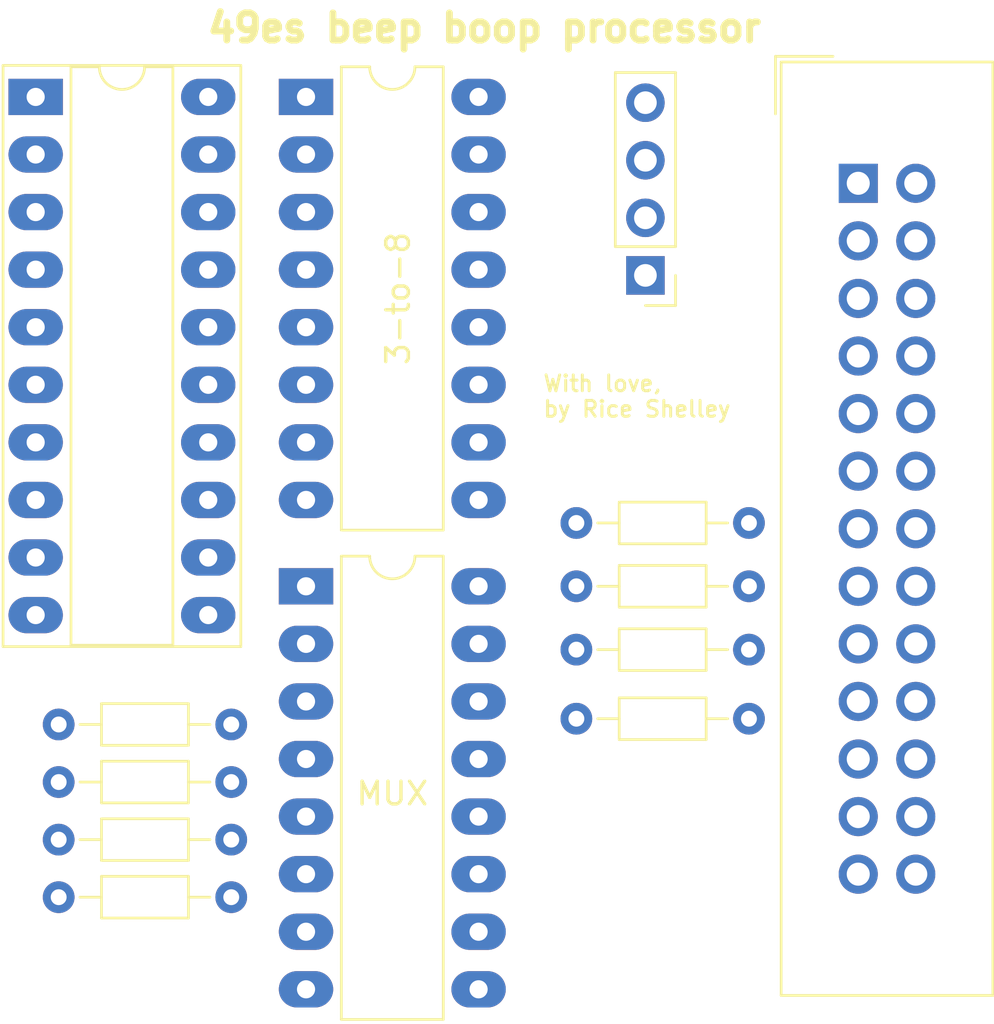
<source format=kicad_pcb>
(kicad_pcb (version 20171130) (host pcbnew 5.0.2-bee76a0~70~ubuntu18.10.1)

  (general
    (thickness 1.6)
    (drawings 2)
    (tracks 0)
    (zones 0)
    (modules 13)
    (nets 49)
  )

  (page A4)
  (layers
    (0 F.Cu signal)
    (31 B.Cu signal)
    (32 B.Adhes user)
    (33 F.Adhes user)
    (34 B.Paste user)
    (35 F.Paste user)
    (36 B.SilkS user)
    (37 F.SilkS user)
    (38 B.Mask user)
    (39 F.Mask user)
    (40 Dwgs.User user)
    (41 Cmts.User user)
    (42 Eco1.User user)
    (43 Eco2.User user)
    (44 Edge.Cuts user)
    (45 Margin user)
    (46 B.CrtYd user)
    (47 F.CrtYd user)
    (48 B.Fab user)
    (49 F.Fab user)
  )

  (setup
    (last_trace_width 0.25)
    (trace_clearance 0.2)
    (zone_clearance 0.508)
    (zone_45_only no)
    (trace_min 0.2)
    (segment_width 0.2)
    (edge_width 0.1)
    (via_size 0.8)
    (via_drill 0.4)
    (via_min_size 0.4)
    (via_min_drill 0.3)
    (uvia_size 0.3)
    (uvia_drill 0.1)
    (uvias_allowed no)
    (uvia_min_size 0.2)
    (uvia_min_drill 0.1)
    (pcb_text_width 0.3)
    (pcb_text_size 1.5 1.5)
    (mod_edge_width 0.15)
    (mod_text_size 1 1)
    (mod_text_width 0.15)
    (pad_size 1.5 1.5)
    (pad_drill 0.6)
    (pad_to_mask_clearance 0)
    (solder_mask_min_width 0.25)
    (aux_axis_origin 0 0)
    (visible_elements FFFFFF7F)
    (pcbplotparams
      (layerselection 0x010fc_ffffffff)
      (usegerberextensions false)
      (usegerberattributes false)
      (usegerberadvancedattributes false)
      (creategerberjobfile false)
      (excludeedgelayer true)
      (linewidth 0.100000)
      (plotframeref false)
      (viasonmask false)
      (mode 1)
      (useauxorigin false)
      (hpglpennumber 1)
      (hpglpenspeed 20)
      (hpglpendiameter 15.000000)
      (psnegative false)
      (psa4output false)
      (plotreference true)
      (plotvalue true)
      (plotinvisibletext false)
      (padsonsilk false)
      (subtractmaskfromsilk false)
      (outputformat 1)
      (mirror false)
      (drillshape 1)
      (scaleselection 1)
      (outputdirectory ""))
  )

  (net 0 "")
  (net 1 GND)
  (net 2 "Net-(J1-Pad2)")
  (net 3 "Net-(J1-Pad4)")
  (net 4 "Net-(J1-Pad6)")
  (net 5 "Net-(J1-Pad8)")
  (net 6 "Net-(J1-Pad10)")
  (net 7 "Net-(J1-Pad12)")
  (net 8 "Net-(J1-Pad14)")
  (net 9 "Net-(J1-Pad16)")
  (net 10 +3V3)
  (net 11 "Net-(3-to-8-Pad1)")
  (net 12 "Net-(MSP1-Pad2)")
  (net 13 "Net-(3-to-8-Pad2)")
  (net 14 "Net-(3-to-8-Pad3)")
  (net 15 "Net-(MSP1-Pad14)")
  (net 16 "Net-(MSP1-Pad5)")
  (net 17 "Net-(MSP1-Pad15)")
  (net 18 "Net-(MSP1-Pad6)")
  (net 19 "Net-(MSP1-Pad16)")
  (net 20 "Net-(MSP1-Pad7)")
  (net 21 "Net-(MSP1-Pad17)")
  (net 22 "Net-(MSP1-Pad8)")
  (net 23 "Net-(MSP1-Pad18)")
  (net 24 "Net-(MSP1-Pad9)")
  (net 25 "Net-(MSP1-Pad19)")
  (net 26 "Net-(MSP1-Pad10)")
  (net 27 "Net-(3-to-8-Pad9)")
  (net 28 "Net-(3-to-8-Pad10)")
  (net 29 "Net-(3-to-8-Pad11)")
  (net 30 "Net-(3-to-8-Pad12)")
  (net 31 "Net-(3-to-8-Pad13)")
  (net 32 "Net-(3-to-8-Pad14)")
  (net 33 "Net-(3-to-8-Pad7)")
  (net 34 "Net-(3-to-8-Pad15)")
  (net 35 "Net-(MUX1-Pad6)")
  (net 36 "Net-(J1-Pad3)")
  (net 37 "Net-(J1-Pad7)")
  (net 38 "Net-(J1-Pad11)")
  (net 39 "Net-(J1-Pad15)")
  (net 40 "Net-(J1-Pad17)")
  (net 41 "Net-(J1-Pad18)")
  (net 42 "Net-(J1-Pad20)")
  (net 43 "Net-(J1-Pad21)")
  (net 44 "Net-(J1-Pad22)")
  (net 45 "Net-(J1-Pad25)")
  (net 46 "Net-(J1-Pad26)")
  (net 47 "Net-(J2-Pad4)")
  (net 48 "Net-(J2-Pad3)")

  (net_class Default "This is the default net class."
    (clearance 0.2)
    (trace_width 0.25)
    (via_dia 0.8)
    (via_drill 0.4)
    (uvia_dia 0.3)
    (uvia_drill 0.1)
    (add_net +3V3)
    (add_net GND)
    (add_net "Net-(3-to-8-Pad1)")
    (add_net "Net-(3-to-8-Pad10)")
    (add_net "Net-(3-to-8-Pad11)")
    (add_net "Net-(3-to-8-Pad12)")
    (add_net "Net-(3-to-8-Pad13)")
    (add_net "Net-(3-to-8-Pad14)")
    (add_net "Net-(3-to-8-Pad15)")
    (add_net "Net-(3-to-8-Pad2)")
    (add_net "Net-(3-to-8-Pad3)")
    (add_net "Net-(3-to-8-Pad7)")
    (add_net "Net-(3-to-8-Pad9)")
    (add_net "Net-(J1-Pad10)")
    (add_net "Net-(J1-Pad11)")
    (add_net "Net-(J1-Pad12)")
    (add_net "Net-(J1-Pad14)")
    (add_net "Net-(J1-Pad15)")
    (add_net "Net-(J1-Pad16)")
    (add_net "Net-(J1-Pad17)")
    (add_net "Net-(J1-Pad18)")
    (add_net "Net-(J1-Pad2)")
    (add_net "Net-(J1-Pad20)")
    (add_net "Net-(J1-Pad21)")
    (add_net "Net-(J1-Pad22)")
    (add_net "Net-(J1-Pad25)")
    (add_net "Net-(J1-Pad26)")
    (add_net "Net-(J1-Pad3)")
    (add_net "Net-(J1-Pad4)")
    (add_net "Net-(J1-Pad6)")
    (add_net "Net-(J1-Pad7)")
    (add_net "Net-(J1-Pad8)")
    (add_net "Net-(J2-Pad3)")
    (add_net "Net-(J2-Pad4)")
    (add_net "Net-(MSP1-Pad10)")
    (add_net "Net-(MSP1-Pad14)")
    (add_net "Net-(MSP1-Pad15)")
    (add_net "Net-(MSP1-Pad16)")
    (add_net "Net-(MSP1-Pad17)")
    (add_net "Net-(MSP1-Pad18)")
    (add_net "Net-(MSP1-Pad19)")
    (add_net "Net-(MSP1-Pad2)")
    (add_net "Net-(MSP1-Pad5)")
    (add_net "Net-(MSP1-Pad6)")
    (add_net "Net-(MSP1-Pad7)")
    (add_net "Net-(MSP1-Pad8)")
    (add_net "Net-(MSP1-Pad9)")
    (add_net "Net-(MUX1-Pad6)")
  )

  (module Resistor_THT:R_Axial_DIN0204_L3.6mm_D1.6mm_P7.62mm_Horizontal (layer F.Cu) (tedit 5C5B2599) (tstamp 5C455B32)
    (at 159.258 92.456)
    (descr "Resistor, Axial_DIN0204 series, Axial, Horizontal, pin pitch=7.62mm, 0.167W, length*diameter=3.6*1.6mm^2, http://cdn-reichelt.de/documents/datenblatt/B400/1_4W%23YAG.pdf")
    (tags "Resistor Axial_DIN0204 series Axial Horizontal pin pitch 7.62mm 0.167W length 3.6mm diameter 1.6mm")
    (path /5BFB0570)
    (fp_text reference R3 (at 3.81 -1.92) (layer F.SilkS) hide
      (effects (font (size 1 1) (thickness 0.15)))
    )
    (fp_text value R_US (at 3.81 1.92) (layer F.Fab) hide
      (effects (font (size 1 1) (thickness 0.15)))
    )
    (fp_line (start 2.01 -0.8) (end 2.01 0.8) (layer F.Fab) (width 0.1))
    (fp_line (start 2.01 0.8) (end 5.61 0.8) (layer F.Fab) (width 0.1))
    (fp_line (start 5.61 0.8) (end 5.61 -0.8) (layer F.Fab) (width 0.1))
    (fp_line (start 5.61 -0.8) (end 2.01 -0.8) (layer F.Fab) (width 0.1))
    (fp_line (start 0 0) (end 2.01 0) (layer F.Fab) (width 0.1))
    (fp_line (start 7.62 0) (end 5.61 0) (layer F.Fab) (width 0.1))
    (fp_line (start 1.89 -0.92) (end 1.89 0.92) (layer F.SilkS) (width 0.12))
    (fp_line (start 1.89 0.92) (end 5.73 0.92) (layer F.SilkS) (width 0.12))
    (fp_line (start 5.73 0.92) (end 5.73 -0.92) (layer F.SilkS) (width 0.12))
    (fp_line (start 5.73 -0.92) (end 1.89 -0.92) (layer F.SilkS) (width 0.12))
    (fp_line (start 0.94 0) (end 1.89 0) (layer F.SilkS) (width 0.12))
    (fp_line (start 6.68 0) (end 5.73 0) (layer F.SilkS) (width 0.12))
    (fp_line (start -0.95 -1.05) (end -0.95 1.05) (layer F.CrtYd) (width 0.05))
    (fp_line (start -0.95 1.05) (end 8.57 1.05) (layer F.CrtYd) (width 0.05))
    (fp_line (start 8.57 1.05) (end 8.57 -1.05) (layer F.CrtYd) (width 0.05))
    (fp_line (start 8.57 -1.05) (end -0.95 -1.05) (layer F.CrtYd) (width 0.05))
    (fp_text user %R (at 3.81 0) (layer F.Fab)
      (effects (font (size 0.72 0.72) (thickness 0.108)))
    )
    (pad 1 thru_hole circle (at 0 0) (size 1.4 1.4) (drill 0.7) (layers *.Cu *.Mask)
      (net 1 GND))
    (pad 2 thru_hole oval (at 7.62 0) (size 1.4 1.4) (drill 0.7) (layers *.Cu *.Mask)
      (net 4 "Net-(J1-Pad6)"))
    (model ${KISYS3DMOD}/Resistor_THT.3dshapes/R_Axial_DIN0204_L3.6mm_D1.6mm_P7.62mm_Horizontal.wrl
      (at (xyz 0 0 0))
      (scale (xyz 1 1 1))
      (rotate (xyz 0 0 0))
    )
  )

  (module Resistor_THT:R_Axial_DIN0204_L3.6mm_D1.6mm_P7.62mm_Horizontal (layer F.Cu) (tedit 5C5B25BA) (tstamp 5C455BA5)
    (at 189.738 89.662 180)
    (descr "Resistor, Axial_DIN0204 series, Axial, Horizontal, pin pitch=7.62mm, 0.167W, length*diameter=3.6*1.6mm^2, http://cdn-reichelt.de/documents/datenblatt/B400/1_4W%23YAG.pdf")
    (tags "Resistor Axial_DIN0204 series Axial Horizontal pin pitch 7.62mm 0.167W length 3.6mm diameter 1.6mm")
    (path /5BFC4287)
    (fp_text reference R8 (at 3.81 -1.92 180) (layer F.SilkS) hide
      (effects (font (size 1 1) (thickness 0.15)))
    )
    (fp_text value R_US (at 3.81 1.92 180) (layer F.Fab) hide
      (effects (font (size 1 1) (thickness 0.15)))
    )
    (fp_text user %R (at 3.81 0 180) (layer F.Fab)
      (effects (font (size 0.72 0.72) (thickness 0.108)))
    )
    (fp_line (start 8.57 -1.05) (end -0.95 -1.05) (layer F.CrtYd) (width 0.05))
    (fp_line (start 8.57 1.05) (end 8.57 -1.05) (layer F.CrtYd) (width 0.05))
    (fp_line (start -0.95 1.05) (end 8.57 1.05) (layer F.CrtYd) (width 0.05))
    (fp_line (start -0.95 -1.05) (end -0.95 1.05) (layer F.CrtYd) (width 0.05))
    (fp_line (start 6.68 0) (end 5.73 0) (layer F.SilkS) (width 0.12))
    (fp_line (start 0.94 0) (end 1.89 0) (layer F.SilkS) (width 0.12))
    (fp_line (start 5.73 -0.92) (end 1.89 -0.92) (layer F.SilkS) (width 0.12))
    (fp_line (start 5.73 0.92) (end 5.73 -0.92) (layer F.SilkS) (width 0.12))
    (fp_line (start 1.89 0.92) (end 5.73 0.92) (layer F.SilkS) (width 0.12))
    (fp_line (start 1.89 -0.92) (end 1.89 0.92) (layer F.SilkS) (width 0.12))
    (fp_line (start 7.62 0) (end 5.61 0) (layer F.Fab) (width 0.1))
    (fp_line (start 0 0) (end 2.01 0) (layer F.Fab) (width 0.1))
    (fp_line (start 5.61 -0.8) (end 2.01 -0.8) (layer F.Fab) (width 0.1))
    (fp_line (start 5.61 0.8) (end 5.61 -0.8) (layer F.Fab) (width 0.1))
    (fp_line (start 2.01 0.8) (end 5.61 0.8) (layer F.Fab) (width 0.1))
    (fp_line (start 2.01 -0.8) (end 2.01 0.8) (layer F.Fab) (width 0.1))
    (pad 2 thru_hole oval (at 7.62 0 180) (size 1.4 1.4) (drill 0.7) (layers *.Cu *.Mask)
      (net 9 "Net-(J1-Pad16)"))
    (pad 1 thru_hole circle (at 0 0 180) (size 1.4 1.4) (drill 0.7) (layers *.Cu *.Mask)
      (net 1 GND))
    (model ${KISYS3DMOD}/Resistor_THT.3dshapes/R_Axial_DIN0204_L3.6mm_D1.6mm_P7.62mm_Horizontal.wrl
      (at (xyz 0 0 0))
      (scale (xyz 1 1 1))
      (rotate (xyz 0 0 0))
    )
  )

  (module Connector_IDC:IDC-Header_2x13_P2.54mm_Vertical (layer F.Cu) (tedit 5C5B25C0) (tstamp 5C455C55)
    (at 194.564 66.04)
    (descr "Through hole straight IDC box header, 2x13, 2.54mm pitch, double rows")
    (tags "Through hole IDC box header THT 2x13 2.54mm double row")
    (path /5BF4E9DF)
    (fp_text reference J1 (at 1.27 -6.604) (layer F.SilkS) hide
      (effects (font (size 1 1) (thickness 0.15)))
    )
    (fp_text value Conn_02x13_Row_Letter_Last (at 1.27 37.084) (layer F.Fab) hide
      (effects (font (size 1 1) (thickness 0.15)))
    )
    (fp_text user %R (at 1.27 15.24) (layer F.Fab)
      (effects (font (size 1 1) (thickness 0.15)))
    )
    (fp_line (start 5.695 -5.1) (end 5.695 35.58) (layer F.Fab) (width 0.1))
    (fp_line (start 5.145 -4.56) (end 5.145 35.02) (layer F.Fab) (width 0.1))
    (fp_line (start -3.155 -5.1) (end -3.155 35.58) (layer F.Fab) (width 0.1))
    (fp_line (start -2.605 -4.56) (end -2.605 12.99) (layer F.Fab) (width 0.1))
    (fp_line (start -2.605 17.49) (end -2.605 35.02) (layer F.Fab) (width 0.1))
    (fp_line (start -2.605 12.99) (end -3.155 12.99) (layer F.Fab) (width 0.1))
    (fp_line (start -2.605 17.49) (end -3.155 17.49) (layer F.Fab) (width 0.1))
    (fp_line (start 5.695 -5.1) (end -3.155 -5.1) (layer F.Fab) (width 0.1))
    (fp_line (start 5.145 -4.56) (end -2.605 -4.56) (layer F.Fab) (width 0.1))
    (fp_line (start 5.695 35.58) (end -3.155 35.58) (layer F.Fab) (width 0.1))
    (fp_line (start 5.145 35.02) (end -2.605 35.02) (layer F.Fab) (width 0.1))
    (fp_line (start 5.695 -5.1) (end 5.145 -4.56) (layer F.Fab) (width 0.1))
    (fp_line (start 5.695 35.58) (end 5.145 35.02) (layer F.Fab) (width 0.1))
    (fp_line (start -3.155 -5.1) (end -2.605 -4.56) (layer F.Fab) (width 0.1))
    (fp_line (start -3.155 35.58) (end -2.605 35.02) (layer F.Fab) (width 0.1))
    (fp_line (start 5.95 -5.35) (end 5.95 35.83) (layer F.CrtYd) (width 0.05))
    (fp_line (start 5.95 35.83) (end -3.41 35.83) (layer F.CrtYd) (width 0.05))
    (fp_line (start -3.41 35.83) (end -3.41 -5.35) (layer F.CrtYd) (width 0.05))
    (fp_line (start -3.41 -5.35) (end 5.95 -5.35) (layer F.CrtYd) (width 0.05))
    (fp_line (start 5.945 -5.35) (end 5.945 35.83) (layer F.SilkS) (width 0.12))
    (fp_line (start 5.945 35.83) (end -3.405 35.83) (layer F.SilkS) (width 0.12))
    (fp_line (start -3.405 35.83) (end -3.405 -5.35) (layer F.SilkS) (width 0.12))
    (fp_line (start -3.405 -5.35) (end 5.945 -5.35) (layer F.SilkS) (width 0.12))
    (fp_line (start -3.655 -5.6) (end -3.655 -3.06) (layer F.SilkS) (width 0.12))
    (fp_line (start -3.655 -5.6) (end -1.115 -5.6) (layer F.SilkS) (width 0.12))
    (pad 1 thru_hole rect (at 0 0) (size 1.7272 1.7272) (drill 1.016) (layers *.Cu *.Mask)
      (net 34 "Net-(3-to-8-Pad15)"))
    (pad 2 thru_hole oval (at 2.54 0) (size 1.7272 1.7272) (drill 1.016) (layers *.Cu *.Mask)
      (net 2 "Net-(J1-Pad2)"))
    (pad 3 thru_hole oval (at 0 2.54) (size 1.7272 1.7272) (drill 1.016) (layers *.Cu *.Mask)
      (net 36 "Net-(J1-Pad3)"))
    (pad 4 thru_hole oval (at 2.54 2.54) (size 1.7272 1.7272) (drill 1.016) (layers *.Cu *.Mask)
      (net 3 "Net-(J1-Pad4)"))
    (pad 5 thru_hole oval (at 0 5.08) (size 1.7272 1.7272) (drill 1.016) (layers *.Cu *.Mask)
      (net 32 "Net-(3-to-8-Pad14)"))
    (pad 6 thru_hole oval (at 2.54 5.08) (size 1.7272 1.7272) (drill 1.016) (layers *.Cu *.Mask)
      (net 4 "Net-(J1-Pad6)"))
    (pad 7 thru_hole oval (at 0 7.62) (size 1.7272 1.7272) (drill 1.016) (layers *.Cu *.Mask)
      (net 37 "Net-(J1-Pad7)"))
    (pad 8 thru_hole oval (at 2.54 7.62) (size 1.7272 1.7272) (drill 1.016) (layers *.Cu *.Mask)
      (net 5 "Net-(J1-Pad8)"))
    (pad 9 thru_hole oval (at 0 10.16) (size 1.7272 1.7272) (drill 1.016) (layers *.Cu *.Mask)
      (net 31 "Net-(3-to-8-Pad13)"))
    (pad 10 thru_hole oval (at 2.54 10.16) (size 1.7272 1.7272) (drill 1.016) (layers *.Cu *.Mask)
      (net 6 "Net-(J1-Pad10)"))
    (pad 11 thru_hole oval (at 0 12.7) (size 1.7272 1.7272) (drill 1.016) (layers *.Cu *.Mask)
      (net 38 "Net-(J1-Pad11)"))
    (pad 12 thru_hole oval (at 2.54 12.7) (size 1.7272 1.7272) (drill 1.016) (layers *.Cu *.Mask)
      (net 7 "Net-(J1-Pad12)"))
    (pad 13 thru_hole oval (at 0 15.24) (size 1.7272 1.7272) (drill 1.016) (layers *.Cu *.Mask)
      (net 30 "Net-(3-to-8-Pad12)"))
    (pad 14 thru_hole oval (at 2.54 15.24) (size 1.7272 1.7272) (drill 1.016) (layers *.Cu *.Mask)
      (net 8 "Net-(J1-Pad14)"))
    (pad 15 thru_hole oval (at 0 17.78) (size 1.7272 1.7272) (drill 1.016) (layers *.Cu *.Mask)
      (net 39 "Net-(J1-Pad15)"))
    (pad 16 thru_hole oval (at 2.54 17.78) (size 1.7272 1.7272) (drill 1.016) (layers *.Cu *.Mask)
      (net 9 "Net-(J1-Pad16)"))
    (pad 17 thru_hole oval (at 0 20.32) (size 1.7272 1.7272) (drill 1.016) (layers *.Cu *.Mask)
      (net 40 "Net-(J1-Pad17)"))
    (pad 18 thru_hole oval (at 2.54 20.32) (size 1.7272 1.7272) (drill 1.016) (layers *.Cu *.Mask)
      (net 41 "Net-(J1-Pad18)"))
    (pad 19 thru_hole oval (at 0 22.86) (size 1.7272 1.7272) (drill 1.016) (layers *.Cu *.Mask)
      (net 29 "Net-(3-to-8-Pad11)"))
    (pad 20 thru_hole oval (at 2.54 22.86) (size 1.7272 1.7272) (drill 1.016) (layers *.Cu *.Mask)
      (net 42 "Net-(J1-Pad20)"))
    (pad 21 thru_hole oval (at 0 25.4) (size 1.7272 1.7272) (drill 1.016) (layers *.Cu *.Mask)
      (net 43 "Net-(J1-Pad21)"))
    (pad 22 thru_hole oval (at 2.54 25.4) (size 1.7272 1.7272) (drill 1.016) (layers *.Cu *.Mask)
      (net 44 "Net-(J1-Pad22)"))
    (pad 23 thru_hole oval (at 0 27.94) (size 1.7272 1.7272) (drill 1.016) (layers *.Cu *.Mask)
      (net 28 "Net-(3-to-8-Pad10)"))
    (pad 24 thru_hole oval (at 2.54 27.94) (size 1.7272 1.7272) (drill 1.016) (layers *.Cu *.Mask)
      (net 27 "Net-(3-to-8-Pad9)"))
    (pad 25 thru_hole oval (at 0 30.48) (size 1.7272 1.7272) (drill 1.016) (layers *.Cu *.Mask)
      (net 45 "Net-(J1-Pad25)"))
    (pad 26 thru_hole oval (at 2.54 30.48) (size 1.7272 1.7272) (drill 1.016) (layers *.Cu *.Mask)
      (net 46 "Net-(J1-Pad26)"))
    (model ${KISYS3DMOD}/Connector_IDC.3dshapes/IDC-Header_2x13_P2.54mm_Vertical.wrl
      (at (xyz 0 0 0))
      (scale (xyz 1 1 1))
      (rotate (xyz 0 0 0))
    )
  )

  (module Resistor_THT:R_Axial_DIN0204_L3.6mm_D1.6mm_P7.62mm_Horizontal (layer F.Cu) (tedit 5C5B25EE) (tstamp 5C455B77)
    (at 189.738 83.82 180)
    (descr "Resistor, Axial_DIN0204 series, Axial, Horizontal, pin pitch=7.62mm, 0.167W, length*diameter=3.6*1.6mm^2, http://cdn-reichelt.de/documents/datenblatt/B400/1_4W%23YAG.pdf")
    (tags "Resistor Axial_DIN0204 series Axial Horizontal pin pitch 7.62mm 0.167W length 3.6mm diameter 1.6mm")
    (path /5BFBD8DD)
    (fp_text reference R6 (at 3.81 -1.92 180) (layer F.SilkS) hide
      (effects (font (size 1 1) (thickness 0.15)))
    )
    (fp_text value R_US (at 3.81 1.92 180) (layer F.Fab) hide
      (effects (font (size 1 1) (thickness 0.15)))
    )
    (fp_text user %R (at 3.81 0 180) (layer F.Fab)
      (effects (font (size 0.72 0.72) (thickness 0.108)))
    )
    (fp_line (start 8.57 -1.05) (end -0.95 -1.05) (layer F.CrtYd) (width 0.05))
    (fp_line (start 8.57 1.05) (end 8.57 -1.05) (layer F.CrtYd) (width 0.05))
    (fp_line (start -0.95 1.05) (end 8.57 1.05) (layer F.CrtYd) (width 0.05))
    (fp_line (start -0.95 -1.05) (end -0.95 1.05) (layer F.CrtYd) (width 0.05))
    (fp_line (start 6.68 0) (end 5.73 0) (layer F.SilkS) (width 0.12))
    (fp_line (start 0.94 0) (end 1.89 0) (layer F.SilkS) (width 0.12))
    (fp_line (start 5.73 -0.92) (end 1.89 -0.92) (layer F.SilkS) (width 0.12))
    (fp_line (start 5.73 0.92) (end 5.73 -0.92) (layer F.SilkS) (width 0.12))
    (fp_line (start 1.89 0.92) (end 5.73 0.92) (layer F.SilkS) (width 0.12))
    (fp_line (start 1.89 -0.92) (end 1.89 0.92) (layer F.SilkS) (width 0.12))
    (fp_line (start 7.62 0) (end 5.61 0) (layer F.Fab) (width 0.1))
    (fp_line (start 0 0) (end 2.01 0) (layer F.Fab) (width 0.1))
    (fp_line (start 5.61 -0.8) (end 2.01 -0.8) (layer F.Fab) (width 0.1))
    (fp_line (start 5.61 0.8) (end 5.61 -0.8) (layer F.Fab) (width 0.1))
    (fp_line (start 2.01 0.8) (end 5.61 0.8) (layer F.Fab) (width 0.1))
    (fp_line (start 2.01 -0.8) (end 2.01 0.8) (layer F.Fab) (width 0.1))
    (pad 2 thru_hole oval (at 7.62 0 180) (size 1.4 1.4) (drill 0.7) (layers *.Cu *.Mask)
      (net 7 "Net-(J1-Pad12)"))
    (pad 1 thru_hole circle (at 0 0 180) (size 1.4 1.4) (drill 0.7) (layers *.Cu *.Mask)
      (net 1 GND))
    (model ${KISYS3DMOD}/Resistor_THT.3dshapes/R_Axial_DIN0204_L3.6mm_D1.6mm_P7.62mm_Horizontal.wrl
      (at (xyz 0 0 0))
      (scale (xyz 1 1 1))
      (rotate (xyz 0 0 0))
    )
  )

  (module Resistor_THT:R_Axial_DIN0204_L3.6mm_D1.6mm_P7.62mm_Horizontal (layer F.Cu) (tedit 5C5B2593) (tstamp 5C455B1B)
    (at 159.258 94.996)
    (descr "Resistor, Axial_DIN0204 series, Axial, Horizontal, pin pitch=7.62mm, 0.167W, length*diameter=3.6*1.6mm^2, http://cdn-reichelt.de/documents/datenblatt/B400/1_4W%23YAG.pdf")
    (tags "Resistor Axial_DIN0204 series Axial Horizontal pin pitch 7.62mm 0.167W length 3.6mm diameter 1.6mm")
    (path /5BFAD09B)
    (fp_text reference R2 (at 3.81 -1.92) (layer F.SilkS) hide
      (effects (font (size 1 1) (thickness 0.15)))
    )
    (fp_text value R_US (at 3.81 1.92) (layer F.Fab) hide
      (effects (font (size 1 1) (thickness 0.15)))
    )
    (fp_text user %R (at 3.81 0) (layer F.Fab)
      (effects (font (size 0.72 0.72) (thickness 0.108)))
    )
    (fp_line (start 8.57 -1.05) (end -0.95 -1.05) (layer F.CrtYd) (width 0.05))
    (fp_line (start 8.57 1.05) (end 8.57 -1.05) (layer F.CrtYd) (width 0.05))
    (fp_line (start -0.95 1.05) (end 8.57 1.05) (layer F.CrtYd) (width 0.05))
    (fp_line (start -0.95 -1.05) (end -0.95 1.05) (layer F.CrtYd) (width 0.05))
    (fp_line (start 6.68 0) (end 5.73 0) (layer F.SilkS) (width 0.12))
    (fp_line (start 0.94 0) (end 1.89 0) (layer F.SilkS) (width 0.12))
    (fp_line (start 5.73 -0.92) (end 1.89 -0.92) (layer F.SilkS) (width 0.12))
    (fp_line (start 5.73 0.92) (end 5.73 -0.92) (layer F.SilkS) (width 0.12))
    (fp_line (start 1.89 0.92) (end 5.73 0.92) (layer F.SilkS) (width 0.12))
    (fp_line (start 1.89 -0.92) (end 1.89 0.92) (layer F.SilkS) (width 0.12))
    (fp_line (start 7.62 0) (end 5.61 0) (layer F.Fab) (width 0.1))
    (fp_line (start 0 0) (end 2.01 0) (layer F.Fab) (width 0.1))
    (fp_line (start 5.61 -0.8) (end 2.01 -0.8) (layer F.Fab) (width 0.1))
    (fp_line (start 5.61 0.8) (end 5.61 -0.8) (layer F.Fab) (width 0.1))
    (fp_line (start 2.01 0.8) (end 5.61 0.8) (layer F.Fab) (width 0.1))
    (fp_line (start 2.01 -0.8) (end 2.01 0.8) (layer F.Fab) (width 0.1))
    (pad 2 thru_hole oval (at 7.62 0) (size 1.4 1.4) (drill 0.7) (layers *.Cu *.Mask)
      (net 3 "Net-(J1-Pad4)"))
    (pad 1 thru_hole circle (at 0 0) (size 1.4 1.4) (drill 0.7) (layers *.Cu *.Mask)
      (net 1 GND))
    (model ${KISYS3DMOD}/Resistor_THT.3dshapes/R_Axial_DIN0204_L3.6mm_D1.6mm_P7.62mm_Horizontal.wrl
      (at (xyz 0 0 0))
      (scale (xyz 1 1 1))
      (rotate (xyz 0 0 0))
    )
  )

  (module Package_DIP:DIP-20_W7.62mm_Socket_LongPads (layer F.Cu) (tedit 5C5B25AB) (tstamp 5C455BD5)
    (at 158.242 62.23)
    (descr "20-lead though-hole mounted DIP package, row spacing 7.62 mm (300 mils), Socket, LongPads")
    (tags "THT DIP DIL PDIP 2.54mm 7.62mm 300mil Socket LongPads")
    (path /5BF3ADA9)
    (fp_text reference MSP1 (at 3.81 -2.33) (layer F.SilkS) hide
      (effects (font (size 1 1) (thickness 0.15)))
    )
    (fp_text value MSP430G2553IN20 (at 3.81 25.19) (layer F.Fab) hide
      (effects (font (size 1 1) (thickness 0.15)))
    )
    (fp_arc (start 3.81 -1.33) (end 2.81 -1.33) (angle -180) (layer F.SilkS) (width 0.12))
    (fp_line (start 1.635 -1.27) (end 6.985 -1.27) (layer F.Fab) (width 0.1))
    (fp_line (start 6.985 -1.27) (end 6.985 24.13) (layer F.Fab) (width 0.1))
    (fp_line (start 6.985 24.13) (end 0.635 24.13) (layer F.Fab) (width 0.1))
    (fp_line (start 0.635 24.13) (end 0.635 -0.27) (layer F.Fab) (width 0.1))
    (fp_line (start 0.635 -0.27) (end 1.635 -1.27) (layer F.Fab) (width 0.1))
    (fp_line (start -1.27 -1.33) (end -1.27 24.19) (layer F.Fab) (width 0.1))
    (fp_line (start -1.27 24.19) (end 8.89 24.19) (layer F.Fab) (width 0.1))
    (fp_line (start 8.89 24.19) (end 8.89 -1.33) (layer F.Fab) (width 0.1))
    (fp_line (start 8.89 -1.33) (end -1.27 -1.33) (layer F.Fab) (width 0.1))
    (fp_line (start 2.81 -1.33) (end 1.56 -1.33) (layer F.SilkS) (width 0.12))
    (fp_line (start 1.56 -1.33) (end 1.56 24.19) (layer F.SilkS) (width 0.12))
    (fp_line (start 1.56 24.19) (end 6.06 24.19) (layer F.SilkS) (width 0.12))
    (fp_line (start 6.06 24.19) (end 6.06 -1.33) (layer F.SilkS) (width 0.12))
    (fp_line (start 6.06 -1.33) (end 4.81 -1.33) (layer F.SilkS) (width 0.12))
    (fp_line (start -1.44 -1.39) (end -1.44 24.25) (layer F.SilkS) (width 0.12))
    (fp_line (start -1.44 24.25) (end 9.06 24.25) (layer F.SilkS) (width 0.12))
    (fp_line (start 9.06 24.25) (end 9.06 -1.39) (layer F.SilkS) (width 0.12))
    (fp_line (start 9.06 -1.39) (end -1.44 -1.39) (layer F.SilkS) (width 0.12))
    (fp_line (start -1.55 -1.6) (end -1.55 24.45) (layer F.CrtYd) (width 0.05))
    (fp_line (start -1.55 24.45) (end 9.15 24.45) (layer F.CrtYd) (width 0.05))
    (fp_line (start 9.15 24.45) (end 9.15 -1.6) (layer F.CrtYd) (width 0.05))
    (fp_line (start 9.15 -1.6) (end -1.55 -1.6) (layer F.CrtYd) (width 0.05))
    (fp_text user %R (at 3.81 11.43) (layer F.Fab) hide
      (effects (font (size 1 1) (thickness 0.15)))
    )
    (pad 1 thru_hole rect (at 0 0) (size 2.4 1.6) (drill 0.8) (layers *.Cu *.Mask)
      (net 10 +3V3))
    (pad 11 thru_hole oval (at 7.62 22.86) (size 2.4 1.6) (drill 0.8) (layers *.Cu *.Mask)
      (net 11 "Net-(3-to-8-Pad1)"))
    (pad 2 thru_hole oval (at 0 2.54) (size 2.4 1.6) (drill 0.8) (layers *.Cu *.Mask)
      (net 12 "Net-(MSP1-Pad2)"))
    (pad 12 thru_hole oval (at 7.62 20.32) (size 2.4 1.6) (drill 0.8) (layers *.Cu *.Mask)
      (net 13 "Net-(3-to-8-Pad2)"))
    (pad 3 thru_hole oval (at 0 5.08) (size 2.4 1.6) (drill 0.8) (layers *.Cu *.Mask)
      (net 47 "Net-(J2-Pad4)"))
    (pad 13 thru_hole oval (at 7.62 17.78) (size 2.4 1.6) (drill 0.8) (layers *.Cu *.Mask)
      (net 14 "Net-(3-to-8-Pad3)"))
    (pad 4 thru_hole oval (at 0 7.62) (size 2.4 1.6) (drill 0.8) (layers *.Cu *.Mask)
      (net 48 "Net-(J2-Pad3)"))
    (pad 14 thru_hole oval (at 7.62 15.24) (size 2.4 1.6) (drill 0.8) (layers *.Cu *.Mask)
      (net 15 "Net-(MSP1-Pad14)"))
    (pad 5 thru_hole oval (at 0 10.16) (size 2.4 1.6) (drill 0.8) (layers *.Cu *.Mask)
      (net 16 "Net-(MSP1-Pad5)"))
    (pad 15 thru_hole oval (at 7.62 12.7) (size 2.4 1.6) (drill 0.8) (layers *.Cu *.Mask)
      (net 17 "Net-(MSP1-Pad15)"))
    (pad 6 thru_hole oval (at 0 12.7) (size 2.4 1.6) (drill 0.8) (layers *.Cu *.Mask)
      (net 18 "Net-(MSP1-Pad6)"))
    (pad 16 thru_hole oval (at 7.62 10.16) (size 2.4 1.6) (drill 0.8) (layers *.Cu *.Mask)
      (net 19 "Net-(MSP1-Pad16)"))
    (pad 7 thru_hole oval (at 0 15.24) (size 2.4 1.6) (drill 0.8) (layers *.Cu *.Mask)
      (net 20 "Net-(MSP1-Pad7)"))
    (pad 17 thru_hole oval (at 7.62 7.62) (size 2.4 1.6) (drill 0.8) (layers *.Cu *.Mask)
      (net 21 "Net-(MSP1-Pad17)"))
    (pad 8 thru_hole oval (at 0 17.78) (size 2.4 1.6) (drill 0.8) (layers *.Cu *.Mask)
      (net 22 "Net-(MSP1-Pad8)"))
    (pad 18 thru_hole oval (at 7.62 5.08) (size 2.4 1.6) (drill 0.8) (layers *.Cu *.Mask)
      (net 23 "Net-(MSP1-Pad18)"))
    (pad 9 thru_hole oval (at 0 20.32) (size 2.4 1.6) (drill 0.8) (layers *.Cu *.Mask)
      (net 24 "Net-(MSP1-Pad9)"))
    (pad 19 thru_hole oval (at 7.62 2.54) (size 2.4 1.6) (drill 0.8) (layers *.Cu *.Mask)
      (net 25 "Net-(MSP1-Pad19)"))
    (pad 10 thru_hole oval (at 0 22.86) (size 2.4 1.6) (drill 0.8) (layers *.Cu *.Mask)
      (net 26 "Net-(MSP1-Pad10)"))
    (pad 20 thru_hole oval (at 7.62 0) (size 2.4 1.6) (drill 0.8) (layers *.Cu *.Mask)
      (net 1 GND))
    (model ${KISYS3DMOD}/Package_DIP.3dshapes/DIP-20_W7.62mm_Socket.wrl
      (at (xyz 0 0 0))
      (scale (xyz 1 1 1))
      (rotate (xyz 0 0 0))
    )
  )

  (module Resistor_THT:R_Axial_DIN0204_L3.6mm_D1.6mm_P7.62mm_Horizontal (layer F.Cu) (tedit 5C5B25F2) (tstamp 5C455B8E)
    (at 189.738 86.614 180)
    (descr "Resistor, Axial_DIN0204 series, Axial, Horizontal, pin pitch=7.62mm, 0.167W, length*diameter=3.6*1.6mm^2, http://cdn-reichelt.de/documents/datenblatt/B400/1_4W%23YAG.pdf")
    (tags "Resistor Axial_DIN0204 series Axial Horizontal pin pitch 7.62mm 0.167W length 3.6mm diameter 1.6mm")
    (path /5BFC0DB2)
    (fp_text reference R7 (at 3.81 -1.92 180) (layer F.SilkS) hide
      (effects (font (size 1 1) (thickness 0.15)))
    )
    (fp_text value R_US (at 3.81 1.92 180) (layer F.Fab) hide
      (effects (font (size 1 1) (thickness 0.15)))
    )
    (fp_line (start 2.01 -0.8) (end 2.01 0.8) (layer F.Fab) (width 0.1))
    (fp_line (start 2.01 0.8) (end 5.61 0.8) (layer F.Fab) (width 0.1))
    (fp_line (start 5.61 0.8) (end 5.61 -0.8) (layer F.Fab) (width 0.1))
    (fp_line (start 5.61 -0.8) (end 2.01 -0.8) (layer F.Fab) (width 0.1))
    (fp_line (start 0 0) (end 2.01 0) (layer F.Fab) (width 0.1))
    (fp_line (start 7.62 0) (end 5.61 0) (layer F.Fab) (width 0.1))
    (fp_line (start 1.89 -0.92) (end 1.89 0.92) (layer F.SilkS) (width 0.12))
    (fp_line (start 1.89 0.92) (end 5.73 0.92) (layer F.SilkS) (width 0.12))
    (fp_line (start 5.73 0.92) (end 5.73 -0.92) (layer F.SilkS) (width 0.12))
    (fp_line (start 5.73 -0.92) (end 1.89 -0.92) (layer F.SilkS) (width 0.12))
    (fp_line (start 0.94 0) (end 1.89 0) (layer F.SilkS) (width 0.12))
    (fp_line (start 6.68 0) (end 5.73 0) (layer F.SilkS) (width 0.12))
    (fp_line (start -0.95 -1.05) (end -0.95 1.05) (layer F.CrtYd) (width 0.05))
    (fp_line (start -0.95 1.05) (end 8.57 1.05) (layer F.CrtYd) (width 0.05))
    (fp_line (start 8.57 1.05) (end 8.57 -1.05) (layer F.CrtYd) (width 0.05))
    (fp_line (start 8.57 -1.05) (end -0.95 -1.05) (layer F.CrtYd) (width 0.05))
    (fp_text user %R (at 3.81 0 180) (layer F.Fab)
      (effects (font (size 0.72 0.72) (thickness 0.108)))
    )
    (pad 1 thru_hole circle (at 0 0 180) (size 1.4 1.4) (drill 0.7) (layers *.Cu *.Mask)
      (net 1 GND))
    (pad 2 thru_hole oval (at 7.62 0 180) (size 1.4 1.4) (drill 0.7) (layers *.Cu *.Mask)
      (net 8 "Net-(J1-Pad14)"))
    (model ${KISYS3DMOD}/Resistor_THT.3dshapes/R_Axial_DIN0204_L3.6mm_D1.6mm_P7.62mm_Horizontal.wrl
      (at (xyz 0 0 0))
      (scale (xyz 1 1 1))
      (rotate (xyz 0 0 0))
    )
  )

  (module Connector_PinHeader_2.54mm:PinHeader_1x04_P2.54mm_Vertical (layer F.Cu) (tedit 5C5B25D8) (tstamp 5C5188B2)
    (at 185.166 70.104 180)
    (descr "Through hole straight pin header, 1x04, 2.54mm pitch, single row")
    (tags "Through hole pin header THT 1x04 2.54mm single row")
    (path /5C459729)
    (fp_text reference J2 (at 0 -3.81 180) (layer F.SilkS) hide
      (effects (font (size 1 1) (thickness 0.15)))
    )
    (fp_text value Conn_01x04 (at 0 9.95 180) (layer F.Fab) hide
      (effects (font (size 1 1) (thickness 0.15)))
    )
    (fp_line (start -0.635 -1.27) (end 1.27 -1.27) (layer F.Fab) (width 0.1))
    (fp_line (start 1.27 -1.27) (end 1.27 8.89) (layer F.Fab) (width 0.1))
    (fp_line (start 1.27 8.89) (end -1.27 8.89) (layer F.Fab) (width 0.1))
    (fp_line (start -1.27 8.89) (end -1.27 -0.635) (layer F.Fab) (width 0.1))
    (fp_line (start -1.27 -0.635) (end -0.635 -1.27) (layer F.Fab) (width 0.1))
    (fp_line (start -1.33 8.95) (end 1.33 8.95) (layer F.SilkS) (width 0.12))
    (fp_line (start -1.33 1.27) (end -1.33 8.95) (layer F.SilkS) (width 0.12))
    (fp_line (start 1.33 1.27) (end 1.33 8.95) (layer F.SilkS) (width 0.12))
    (fp_line (start -1.33 1.27) (end 1.33 1.27) (layer F.SilkS) (width 0.12))
    (fp_line (start -1.33 0) (end -1.33 -1.33) (layer F.SilkS) (width 0.12))
    (fp_line (start -1.33 -1.33) (end 0 -1.33) (layer F.SilkS) (width 0.12))
    (fp_line (start -1.8 -1.8) (end -1.8 9.4) (layer F.CrtYd) (width 0.05))
    (fp_line (start -1.8 9.4) (end 1.8 9.4) (layer F.CrtYd) (width 0.05))
    (fp_line (start 1.8 9.4) (end 1.8 -1.8) (layer F.CrtYd) (width 0.05))
    (fp_line (start 1.8 -1.8) (end -1.8 -1.8) (layer F.CrtYd) (width 0.05))
    (fp_text user %R (at 0 3.81 270) (layer F.Fab)
      (effects (font (size 1 1) (thickness 0.15)))
    )
    (pad 1 thru_hole rect (at 0 0 180) (size 1.7 1.7) (drill 1) (layers *.Cu *.Mask)
      (net 10 +3V3))
    (pad 2 thru_hole oval (at 0 2.54 180) (size 1.7 1.7) (drill 1) (layers *.Cu *.Mask)
      (net 1 GND))
    (pad 3 thru_hole oval (at 0 5.08 180) (size 1.7 1.7) (drill 1) (layers *.Cu *.Mask)
      (net 48 "Net-(J2-Pad3)"))
    (pad 4 thru_hole oval (at 0 7.62 180) (size 1.7 1.7) (drill 1) (layers *.Cu *.Mask)
      (net 47 "Net-(J2-Pad4)"))
    (model ${KISYS3DMOD}/Connector_PinHeader_2.54mm.3dshapes/PinHeader_1x04_P2.54mm_Vertical.wrl
      (at (xyz 0 0 0))
      (scale (xyz 1 1 1))
      (rotate (xyz 0 0 0))
    )
  )

  (module Resistor_THT:R_Axial_DIN0204_L3.6mm_D1.6mm_P7.62mm_Horizontal (layer F.Cu) (tedit 5C5B258C) (tstamp 5C455B04)
    (at 159.258 97.536)
    (descr "Resistor, Axial_DIN0204 series, Axial, Horizontal, pin pitch=7.62mm, 0.167W, length*diameter=3.6*1.6mm^2, http://cdn-reichelt.de/documents/datenblatt/B400/1_4W%23YAG.pdf")
    (tags "Resistor Axial_DIN0204 series Axial Horizontal pin pitch 7.62mm 0.167W length 3.6mm diameter 1.6mm")
    (path /5BFA9797)
    (fp_text reference R1 (at 3.81 -1.92) (layer F.SilkS) hide
      (effects (font (size 1 1) (thickness 0.15)))
    )
    (fp_text value R_US (at 3.81 1.92) (layer F.Fab) hide
      (effects (font (size 1 1) (thickness 0.15)))
    )
    (fp_line (start 2.01 -0.8) (end 2.01 0.8) (layer F.Fab) (width 0.1))
    (fp_line (start 2.01 0.8) (end 5.61 0.8) (layer F.Fab) (width 0.1))
    (fp_line (start 5.61 0.8) (end 5.61 -0.8) (layer F.Fab) (width 0.1))
    (fp_line (start 5.61 -0.8) (end 2.01 -0.8) (layer F.Fab) (width 0.1))
    (fp_line (start 0 0) (end 2.01 0) (layer F.Fab) (width 0.1))
    (fp_line (start 7.62 0) (end 5.61 0) (layer F.Fab) (width 0.1))
    (fp_line (start 1.89 -0.92) (end 1.89 0.92) (layer F.SilkS) (width 0.12))
    (fp_line (start 1.89 0.92) (end 5.73 0.92) (layer F.SilkS) (width 0.12))
    (fp_line (start 5.73 0.92) (end 5.73 -0.92) (layer F.SilkS) (width 0.12))
    (fp_line (start 5.73 -0.92) (end 1.89 -0.92) (layer F.SilkS) (width 0.12))
    (fp_line (start 0.94 0) (end 1.89 0) (layer F.SilkS) (width 0.12))
    (fp_line (start 6.68 0) (end 5.73 0) (layer F.SilkS) (width 0.12))
    (fp_line (start -0.95 -1.05) (end -0.95 1.05) (layer F.CrtYd) (width 0.05))
    (fp_line (start -0.95 1.05) (end 8.57 1.05) (layer F.CrtYd) (width 0.05))
    (fp_line (start 8.57 1.05) (end 8.57 -1.05) (layer F.CrtYd) (width 0.05))
    (fp_line (start 8.57 -1.05) (end -0.95 -1.05) (layer F.CrtYd) (width 0.05))
    (fp_text user %R (at 3.81 0) (layer F.Fab)
      (effects (font (size 0.72 0.72) (thickness 0.108)))
    )
    (pad 1 thru_hole circle (at 0 0) (size 1.4 1.4) (drill 0.7) (layers *.Cu *.Mask)
      (net 1 GND))
    (pad 2 thru_hole oval (at 7.62 0) (size 1.4 1.4) (drill 0.7) (layers *.Cu *.Mask)
      (net 2 "Net-(J1-Pad2)"))
    (model ${KISYS3DMOD}/Resistor_THT.3dshapes/R_Axial_DIN0204_L3.6mm_D1.6mm_P7.62mm_Horizontal.wrl
      (at (xyz 0 0 0))
      (scale (xyz 1 1 1))
      (rotate (xyz 0 0 0))
    )
  )

  (module Resistor_THT:R_Axial_DIN0204_L3.6mm_D1.6mm_P7.62mm_Horizontal (layer F.Cu) (tedit 5C5B259D) (tstamp 5C455B49)
    (at 159.258 89.916)
    (descr "Resistor, Axial_DIN0204 series, Axial, Horizontal, pin pitch=7.62mm, 0.167W, length*diameter=3.6*1.6mm^2, http://cdn-reichelt.de/documents/datenblatt/B400/1_4W%23YAG.pdf")
    (tags "Resistor Axial_DIN0204 series Axial Horizontal pin pitch 7.62mm 0.167W length 3.6mm diameter 1.6mm")
    (path /5BFB3A45)
    (fp_text reference R4 (at 3.81 -1.92) (layer F.SilkS) hide
      (effects (font (size 1 1) (thickness 0.15)))
    )
    (fp_text value R_US (at 3.81 1.92) (layer F.Fab) hide
      (effects (font (size 1 1) (thickness 0.15)))
    )
    (fp_text user %R (at 3.81 0) (layer F.Fab)
      (effects (font (size 0.72 0.72) (thickness 0.108)))
    )
    (fp_line (start 8.57 -1.05) (end -0.95 -1.05) (layer F.CrtYd) (width 0.05))
    (fp_line (start 8.57 1.05) (end 8.57 -1.05) (layer F.CrtYd) (width 0.05))
    (fp_line (start -0.95 1.05) (end 8.57 1.05) (layer F.CrtYd) (width 0.05))
    (fp_line (start -0.95 -1.05) (end -0.95 1.05) (layer F.CrtYd) (width 0.05))
    (fp_line (start 6.68 0) (end 5.73 0) (layer F.SilkS) (width 0.12))
    (fp_line (start 0.94 0) (end 1.89 0) (layer F.SilkS) (width 0.12))
    (fp_line (start 5.73 -0.92) (end 1.89 -0.92) (layer F.SilkS) (width 0.12))
    (fp_line (start 5.73 0.92) (end 5.73 -0.92) (layer F.SilkS) (width 0.12))
    (fp_line (start 1.89 0.92) (end 5.73 0.92) (layer F.SilkS) (width 0.12))
    (fp_line (start 1.89 -0.92) (end 1.89 0.92) (layer F.SilkS) (width 0.12))
    (fp_line (start 7.62 0) (end 5.61 0) (layer F.Fab) (width 0.1))
    (fp_line (start 0 0) (end 2.01 0) (layer F.Fab) (width 0.1))
    (fp_line (start 5.61 -0.8) (end 2.01 -0.8) (layer F.Fab) (width 0.1))
    (fp_line (start 5.61 0.8) (end 5.61 -0.8) (layer F.Fab) (width 0.1))
    (fp_line (start 2.01 0.8) (end 5.61 0.8) (layer F.Fab) (width 0.1))
    (fp_line (start 2.01 -0.8) (end 2.01 0.8) (layer F.Fab) (width 0.1))
    (pad 2 thru_hole oval (at 7.62 0) (size 1.4 1.4) (drill 0.7) (layers *.Cu *.Mask)
      (net 5 "Net-(J1-Pad8)"))
    (pad 1 thru_hole circle (at 0 0) (size 1.4 1.4) (drill 0.7) (layers *.Cu *.Mask)
      (net 1 GND))
    (model ${KISYS3DMOD}/Resistor_THT.3dshapes/R_Axial_DIN0204_L3.6mm_D1.6mm_P7.62mm_Horizontal.wrl
      (at (xyz 0 0 0))
      (scale (xyz 1 1 1))
      (rotate (xyz 0 0 0))
    )
  )

  (module Package_DIP:DIP-16_W7.62mm_LongPads (layer F.Cu) (tedit 5C5B2B95) (tstamp 5C455BF9)
    (at 170.18 62.23)
    (descr "16-lead though-hole mounted DIP package, row spacing 7.62 mm (300 mils), LongPads")
    (tags "THT DIP DIL PDIP 2.54mm 7.62mm 300mil LongPads")
    (path /5BF48B9A)
    (fp_text reference 3-to-8 (at 4.064 8.89 90) (layer F.SilkS)
      (effects (font (size 1 1) (thickness 0.15)))
    )
    (fp_text value 74LS138 (at 3.81 20.11) (layer F.Fab) hide
      (effects (font (size 1 1) (thickness 0.15)))
    )
    (fp_arc (start 3.81 -1.33) (end 2.81 -1.33) (angle -180) (layer F.SilkS) (width 0.12))
    (fp_line (start 1.635 -1.27) (end 6.985 -1.27) (layer F.Fab) (width 0.1))
    (fp_line (start 6.985 -1.27) (end 6.985 19.05) (layer F.Fab) (width 0.1))
    (fp_line (start 6.985 19.05) (end 0.635 19.05) (layer F.Fab) (width 0.1))
    (fp_line (start 0.635 19.05) (end 0.635 -0.27) (layer F.Fab) (width 0.1))
    (fp_line (start 0.635 -0.27) (end 1.635 -1.27) (layer F.Fab) (width 0.1))
    (fp_line (start 2.81 -1.33) (end 1.56 -1.33) (layer F.SilkS) (width 0.12))
    (fp_line (start 1.56 -1.33) (end 1.56 19.11) (layer F.SilkS) (width 0.12))
    (fp_line (start 1.56 19.11) (end 6.06 19.11) (layer F.SilkS) (width 0.12))
    (fp_line (start 6.06 19.11) (end 6.06 -1.33) (layer F.SilkS) (width 0.12))
    (fp_line (start 6.06 -1.33) (end 4.81 -1.33) (layer F.SilkS) (width 0.12))
    (fp_line (start -1.45 -1.55) (end -1.45 19.3) (layer F.CrtYd) (width 0.05))
    (fp_line (start -1.45 19.3) (end 9.1 19.3) (layer F.CrtYd) (width 0.05))
    (fp_line (start 9.1 19.3) (end 9.1 -1.55) (layer F.CrtYd) (width 0.05))
    (fp_line (start 9.1 -1.55) (end -1.45 -1.55) (layer F.CrtYd) (width 0.05))
    (fp_text user %R (at 3.81 8.89) (layer F.Fab) hide
      (effects (font (size 1 1) (thickness 0.15)))
    )
    (pad 1 thru_hole rect (at 0 0) (size 2.4 1.6) (drill 0.8) (layers *.Cu *.Mask)
      (net 11 "Net-(3-to-8-Pad1)"))
    (pad 9 thru_hole oval (at 7.62 17.78) (size 2.4 1.6) (drill 0.8) (layers *.Cu *.Mask)
      (net 27 "Net-(3-to-8-Pad9)"))
    (pad 2 thru_hole oval (at 0 2.54) (size 2.4 1.6) (drill 0.8) (layers *.Cu *.Mask)
      (net 13 "Net-(3-to-8-Pad2)"))
    (pad 10 thru_hole oval (at 7.62 15.24) (size 2.4 1.6) (drill 0.8) (layers *.Cu *.Mask)
      (net 28 "Net-(3-to-8-Pad10)"))
    (pad 3 thru_hole oval (at 0 5.08) (size 2.4 1.6) (drill 0.8) (layers *.Cu *.Mask)
      (net 14 "Net-(3-to-8-Pad3)"))
    (pad 11 thru_hole oval (at 7.62 12.7) (size 2.4 1.6) (drill 0.8) (layers *.Cu *.Mask)
      (net 29 "Net-(3-to-8-Pad11)"))
    (pad 4 thru_hole oval (at 0 7.62) (size 2.4 1.6) (drill 0.8) (layers *.Cu *.Mask)
      (net 1 GND))
    (pad 12 thru_hole oval (at 7.62 10.16) (size 2.4 1.6) (drill 0.8) (layers *.Cu *.Mask)
      (net 30 "Net-(3-to-8-Pad12)"))
    (pad 5 thru_hole oval (at 0 10.16) (size 2.4 1.6) (drill 0.8) (layers *.Cu *.Mask)
      (net 1 GND))
    (pad 13 thru_hole oval (at 7.62 7.62) (size 2.4 1.6) (drill 0.8) (layers *.Cu *.Mask)
      (net 31 "Net-(3-to-8-Pad13)"))
    (pad 6 thru_hole oval (at 0 12.7) (size 2.4 1.6) (drill 0.8) (layers *.Cu *.Mask)
      (net 10 +3V3))
    (pad 14 thru_hole oval (at 7.62 5.08) (size 2.4 1.6) (drill 0.8) (layers *.Cu *.Mask)
      (net 32 "Net-(3-to-8-Pad14)"))
    (pad 7 thru_hole oval (at 0 15.24) (size 2.4 1.6) (drill 0.8) (layers *.Cu *.Mask)
      (net 33 "Net-(3-to-8-Pad7)"))
    (pad 15 thru_hole oval (at 7.62 2.54) (size 2.4 1.6) (drill 0.8) (layers *.Cu *.Mask)
      (net 34 "Net-(3-to-8-Pad15)"))
    (pad 8 thru_hole oval (at 0 17.78) (size 2.4 1.6) (drill 0.8) (layers *.Cu *.Mask)
      (net 1 GND))
    (pad 16 thru_hole oval (at 7.62 0) (size 2.4 1.6) (drill 0.8) (layers *.Cu *.Mask)
      (net 10 +3V3))
    (model ${KISYS3DMOD}/Package_DIP.3dshapes/DIP-16_W7.62mm.wrl
      (at (xyz 0 0 0))
      (scale (xyz 1 1 1))
      (rotate (xyz 0 0 0))
    )
  )

  (module Resistor_THT:R_Axial_DIN0204_L3.6mm_D1.6mm_P7.62mm_Horizontal (layer F.Cu) (tedit 5C5B25A1) (tstamp 5C455B60)
    (at 189.738 81.026 180)
    (descr "Resistor, Axial_DIN0204 series, Axial, Horizontal, pin pitch=7.62mm, 0.167W, length*diameter=3.6*1.6mm^2, http://cdn-reichelt.de/documents/datenblatt/B400/1_4W%23YAG.pdf")
    (tags "Resistor Axial_DIN0204 series Axial Horizontal pin pitch 7.62mm 0.167W length 3.6mm diameter 1.6mm")
    (path /5BFBA408)
    (fp_text reference R5 (at 3.81 -1.92 180) (layer F.SilkS) hide
      (effects (font (size 1 1) (thickness 0.15)))
    )
    (fp_text value R_US (at 3.81 1.92 180) (layer F.Fab) hide
      (effects (font (size 1 1) (thickness 0.15)))
    )
    (fp_line (start 2.01 -0.8) (end 2.01 0.8) (layer F.Fab) (width 0.1))
    (fp_line (start 2.01 0.8) (end 5.61 0.8) (layer F.Fab) (width 0.1))
    (fp_line (start 5.61 0.8) (end 5.61 -0.8) (layer F.Fab) (width 0.1))
    (fp_line (start 5.61 -0.8) (end 2.01 -0.8) (layer F.Fab) (width 0.1))
    (fp_line (start 0 0) (end 2.01 0) (layer F.Fab) (width 0.1))
    (fp_line (start 7.62 0) (end 5.61 0) (layer F.Fab) (width 0.1))
    (fp_line (start 1.89 -0.92) (end 1.89 0.92) (layer F.SilkS) (width 0.12))
    (fp_line (start 1.89 0.92) (end 5.73 0.92) (layer F.SilkS) (width 0.12))
    (fp_line (start 5.73 0.92) (end 5.73 -0.92) (layer F.SilkS) (width 0.12))
    (fp_line (start 5.73 -0.92) (end 1.89 -0.92) (layer F.SilkS) (width 0.12))
    (fp_line (start 0.94 0) (end 1.89 0) (layer F.SilkS) (width 0.12))
    (fp_line (start 6.68 0) (end 5.73 0) (layer F.SilkS) (width 0.12))
    (fp_line (start -0.95 -1.05) (end -0.95 1.05) (layer F.CrtYd) (width 0.05))
    (fp_line (start -0.95 1.05) (end 8.57 1.05) (layer F.CrtYd) (width 0.05))
    (fp_line (start 8.57 1.05) (end 8.57 -1.05) (layer F.CrtYd) (width 0.05))
    (fp_line (start 8.57 -1.05) (end -0.95 -1.05) (layer F.CrtYd) (width 0.05))
    (fp_text user %R (at 3.81 0 180) (layer F.Fab)
      (effects (font (size 0.72 0.72) (thickness 0.108)))
    )
    (pad 1 thru_hole circle (at 0 0 180) (size 1.4 1.4) (drill 0.7) (layers *.Cu *.Mask)
      (net 1 GND))
    (pad 2 thru_hole oval (at 7.62 0 180) (size 1.4 1.4) (drill 0.7) (layers *.Cu *.Mask)
      (net 6 "Net-(J1-Pad10)"))
    (model ${KISYS3DMOD}/Resistor_THT.3dshapes/R_Axial_DIN0204_L3.6mm_D1.6mm_P7.62mm_Horizontal.wrl
      (at (xyz 0 0 0))
      (scale (xyz 1 1 1))
      (rotate (xyz 0 0 0))
    )
  )

  (module Package_DIP:DIP-16_W7.62mm_LongPads (layer F.Cu) (tedit 5C5B25B5) (tstamp 5C455C1D)
    (at 170.18 83.82)
    (descr "16-lead though-hole mounted DIP package, row spacing 7.62 mm (300 mils), LongPads")
    (tags "THT DIP DIL PDIP 2.54mm 7.62mm 300mil LongPads")
    (path /5BF49213)
    (fp_text reference MUX (at 3.81 9.144) (layer F.SilkS)
      (effects (font (size 1 1) (thickness 0.15)))
    )
    (fp_text value 74LS251 (at 3.81 20.11) (layer F.Fab) hide
      (effects (font (size 1 1) (thickness 0.15)))
    )
    (fp_text user %R (at 3.81 8.89) (layer F.Fab) hide
      (effects (font (size 1 1) (thickness 0.15)))
    )
    (fp_line (start 9.1 -1.55) (end -1.45 -1.55) (layer F.CrtYd) (width 0.05))
    (fp_line (start 9.1 19.3) (end 9.1 -1.55) (layer F.CrtYd) (width 0.05))
    (fp_line (start -1.45 19.3) (end 9.1 19.3) (layer F.CrtYd) (width 0.05))
    (fp_line (start -1.45 -1.55) (end -1.45 19.3) (layer F.CrtYd) (width 0.05))
    (fp_line (start 6.06 -1.33) (end 4.81 -1.33) (layer F.SilkS) (width 0.12))
    (fp_line (start 6.06 19.11) (end 6.06 -1.33) (layer F.SilkS) (width 0.12))
    (fp_line (start 1.56 19.11) (end 6.06 19.11) (layer F.SilkS) (width 0.12))
    (fp_line (start 1.56 -1.33) (end 1.56 19.11) (layer F.SilkS) (width 0.12))
    (fp_line (start 2.81 -1.33) (end 1.56 -1.33) (layer F.SilkS) (width 0.12))
    (fp_line (start 0.635 -0.27) (end 1.635 -1.27) (layer F.Fab) (width 0.1))
    (fp_line (start 0.635 19.05) (end 0.635 -0.27) (layer F.Fab) (width 0.1))
    (fp_line (start 6.985 19.05) (end 0.635 19.05) (layer F.Fab) (width 0.1))
    (fp_line (start 6.985 -1.27) (end 6.985 19.05) (layer F.Fab) (width 0.1))
    (fp_line (start 1.635 -1.27) (end 6.985 -1.27) (layer F.Fab) (width 0.1))
    (fp_arc (start 3.81 -1.33) (end 2.81 -1.33) (angle -180) (layer F.SilkS) (width 0.12))
    (pad 16 thru_hole oval (at 7.62 0) (size 2.4 1.6) (drill 0.8) (layers *.Cu *.Mask)
      (net 10 +3V3))
    (pad 8 thru_hole oval (at 0 17.78) (size 2.4 1.6) (drill 0.8) (layers *.Cu *.Mask)
      (net 1 GND))
    (pad 15 thru_hole oval (at 7.62 2.54) (size 2.4 1.6) (drill 0.8) (layers *.Cu *.Mask)
      (net 6 "Net-(J1-Pad10)"))
    (pad 7 thru_hole oval (at 0 15.24) (size 2.4 1.6) (drill 0.8) (layers *.Cu *.Mask)
      (net 1 GND))
    (pad 14 thru_hole oval (at 7.62 5.08) (size 2.4 1.6) (drill 0.8) (layers *.Cu *.Mask)
      (net 7 "Net-(J1-Pad12)"))
    (pad 6 thru_hole oval (at 0 12.7) (size 2.4 1.6) (drill 0.8) (layers *.Cu *.Mask)
      (net 35 "Net-(MUX1-Pad6)"))
    (pad 13 thru_hole oval (at 7.62 7.62) (size 2.4 1.6) (drill 0.8) (layers *.Cu *.Mask)
      (net 8 "Net-(J1-Pad14)"))
    (pad 5 thru_hole oval (at 0 10.16) (size 2.4 1.6) (drill 0.8) (layers *.Cu *.Mask)
      (net 25 "Net-(MSP1-Pad19)"))
    (pad 12 thru_hole oval (at 7.62 10.16) (size 2.4 1.6) (drill 0.8) (layers *.Cu *.Mask)
      (net 9 "Net-(J1-Pad16)"))
    (pad 4 thru_hole oval (at 0 7.62) (size 2.4 1.6) (drill 0.8) (layers *.Cu *.Mask)
      (net 2 "Net-(J1-Pad2)"))
    (pad 11 thru_hole oval (at 7.62 12.7) (size 2.4 1.6) (drill 0.8) (layers *.Cu *.Mask)
      (net 22 "Net-(MSP1-Pad8)"))
    (pad 3 thru_hole oval (at 0 5.08) (size 2.4 1.6) (drill 0.8) (layers *.Cu *.Mask)
      (net 3 "Net-(J1-Pad4)"))
    (pad 10 thru_hole oval (at 7.62 15.24) (size 2.4 1.6) (drill 0.8) (layers *.Cu *.Mask)
      (net 24 "Net-(MSP1-Pad9)"))
    (pad 2 thru_hole oval (at 0 2.54) (size 2.4 1.6) (drill 0.8) (layers *.Cu *.Mask)
      (net 4 "Net-(J1-Pad6)"))
    (pad 9 thru_hole oval (at 7.62 17.78) (size 2.4 1.6) (drill 0.8) (layers *.Cu *.Mask)
      (net 26 "Net-(MSP1-Pad10)"))
    (pad 1 thru_hole rect (at 0 0) (size 2.4 1.6) (drill 0.8) (layers *.Cu *.Mask)
      (net 5 "Net-(J1-Pad8)"))
    (model ${KISYS3DMOD}/Package_DIP.3dshapes/DIP-16_W7.62mm.wrl
      (at (xyz 0 0 0))
      (scale (xyz 1 1 1))
      (rotate (xyz 0 0 0))
    )
  )

  (gr_text "With love,\nby Rice Shelley" (at 180.594 75.438) (layer F.SilkS)
    (effects (font (size 0.7 0.7) (thickness 0.13)) (justify left))
  )
  (gr_text "49es beep boop processor" (at 178.054 59.182) (layer F.SilkS)
    (effects (font (size 1.2 1.2) (thickness 0.3)))
  )

)

</source>
